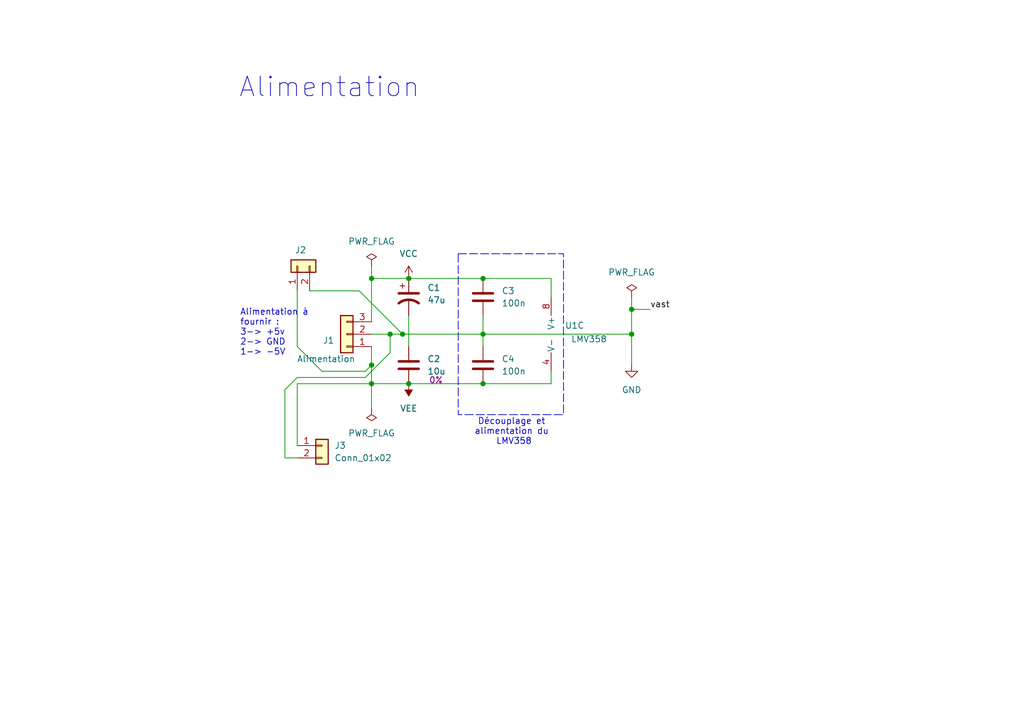
<source format=kicad_sch>
(kicad_sch (version 20231120) (generator "eeschema") (generator_version "8.0")
  (paper "A5")
  (title_block (title "_Cartouche_2") (date "27/12/2024") (rev "_rev_1") (company "BAP") (comment 1 "Projet2-coma") (comment 2 "Projet2-comb"))
  (lib_symbols
    (symbol "Amplifier_Operational:LMV358" (pin_names (offset 0.127))
      (property "Reference" "U" (at 0 5.08 0))
      (property "Value" "LMV358" (at 0 -5.08 0))
      (symbol "LMV358_1_1"
        (polyline (pts (xy -5.08 5.08) (xy 5.08 0) (xy -5.08 -5.08) (xy -5.08 5.08)) (stroke (width 0.254)) (fill (type background)))
        (pin output line (at 7.62 0 180) (length 2.54) (name "~") (number "1"))
        (pin input line (at -7.62 -2.54 0) (length 2.54) (name "-") (number "2"))
        (pin input line (at -7.62 2.54 0) (length 2.54) (name "+") (number "3"))
      )
      (symbol "LMV358_2_1"
        (polyline (pts (xy -5.08 5.08) (xy 5.08 0) (xy -5.08 -5.08) (xy -5.08 5.08)) (stroke (width 0.254)) (fill (type background)))
        (pin input line (at -7.62 2.54 0) (length 2.54) (name "+") (number "5"))
        (pin input line (at -7.62 -2.54 0) (length 2.54) (name "-") (number "6"))
        (pin output line (at 7.62 0 180) (length 2.54) (name "~") (number "7"))
      )
      (symbol "LMV358_3_1"
        (pin power_in line (at -2.54 -7.62 90) (length 3.81) (name "V-") (number "4"))
        (pin power_in line (at -2.54 7.62 270) (length 3.81) (name "V+") (number "8"))
      )
    )
    (symbol "Connector_Generic:Conn_01x02" (pin_names (offset 1.016) hide)
      (property "Reference" "J" (at 0 2.54 0))
      (property "Value" "Conn_01x02" (at 0 -5.08 0))
      (symbol "Conn_01x02_1_1"
        (rectangle (start -1.27 -2.413) (end 0 -2.667) (stroke (width 0.1524)))
        (rectangle (start -1.27 0.127) (end 0 -0.127) (stroke (width 0.1524)))
        (rectangle (start -1.27 1.27) (end 1.27 -3.81) (stroke (width 0.254)) (fill (type background)))
        (pin passive line (at -5.08 0 0) (length 3.81) (name "Pin_1") (number "1"))
        (pin passive line (at -5.08 -2.54 0) (length 3.81) (name "Pin_2") (number "2"))
      )
    )
    (symbol "Connector_Generic:Conn_01x03" (pin_names (offset 1.016) hide)
      (property "Reference" "J" (at 0 5.08 0))
      (property "Value" "Conn_01x03" (at 0 -5.08 0))
      (symbol "Conn_01x03_1_1"
        (rectangle (start -1.27 -2.413) (end 0 -2.667) (stroke (width 0.1524)))
        (rectangle (start -1.27 0.127) (end 0 -0.127) (stroke (width 0.1524)))
        (rectangle (start -1.27 2.667) (end 0 2.413) (stroke (width 0.1524)))
        (rectangle (start -1.27 3.81) (end 1.27 -3.81) (stroke (width 0.254)) (fill (type background)))
        (pin passive line (at -5.08 2.54 0) (length 3.81) (name "Pin_1") (number "1"))
        (pin passive line (at -5.08 0 0) (length 3.81) (name "Pin_2") (number "2"))
        (pin passive line (at -5.08 -2.54 0) (length 3.81) (name "Pin_3") (number "3"))
      )
    )
    (symbol "Device:C" (pin_numbers hide) (pin_names (offset 0.254))
      (property "Reference" "C" (at 0.635 2.54 0))
      (property "Value" "C" (at 0.635 -2.54 0))
      (symbol "C_0_1"
        (polyline (pts (xy -2.032 -0.762) (xy 2.032 -0.762)) (stroke (width 0.508)))
        (polyline (pts (xy -2.032 0.762) (xy 2.032 0.762)) (stroke (width 0.508)))
      )
      (symbol "C_1_1"
        (pin passive line (at 0 3.81 270) (length 2.794) (name "~") (number "1"))
        (pin passive line (at 0 -3.81 90) (length 2.794) (name "~") (number "2"))
      )
    )
    (symbol "Device:C_Polarized_US" (pin_numbers hide) (pin_names (offset 0.254) hide)
      (property "Reference" "C" (at 0.635 2.54 0))
      (property "Value" "C_Polarized_US" (at 0.635 -2.54 0))
      (symbol "C_Polarized_US_0_1"
        (polyline (pts (xy -2.032 0.762) (xy 2.032 0.762)) (stroke (width 0.508)))
        (polyline (pts (xy -1.778 2.286) (xy -0.762 2.286)))
        (polyline (pts (xy -1.27 1.778) (xy -1.27 2.794)))
        (arc (start 2.032 -1.27) (mid 0 -0.5572) (end -2.032 -1.27) (stroke (width 0.508)))
      )
      (symbol "C_Polarized_US_1_1"
        (pin passive line (at 0 3.81 270) (length 2.794) (name "~") (number "1"))
        (pin passive line (at 0 -3.81 90) (length 3.302) (name "~") (number "2"))
      )
    )
    (symbol "power:GND" (power) (pin_numbers hide) (pin_names (offset 0) hide)
      (property "Value" "GND" (at 0 -3.81 0))
      (symbol "GND_0_1"
        (polyline (pts (xy 0 0) (xy 0 -1.27) (xy 1.27 -1.27) (xy 0 -2.54) (xy -1.27 -1.27) (xy 0 -1.27)))
      )
      (symbol "GND_1_1"
        (pin power_in line (at 0 0 270) (length 0) (name "~") (number "1"))
      )
    )
    (symbol "power:PWR_FLAG" (power) (pin_numbers hide) (pin_names (offset 0) hide)
      (property "Value" "PWR_FLAG" (at 0 3.81 0))
      (symbol "PWR_FLAG_0_0"
        (pin power_out line (at 0 0 90) (length 0) (name "~") (number "1"))
      )
      (symbol "PWR_FLAG_0_1"
        (polyline (pts (xy 0 0) (xy 0 1.27) (xy -1.016 1.905) (xy 0 2.54) (xy 1.016 1.905) (xy 0 1.27)))
      )
    )
    (symbol "power:VCC" (power) (pin_numbers hide) (pin_names (offset 0) hide)
      (property "Value" "VCC" (at 0 3.556 0))
      (symbol "VCC_0_1"
        (polyline (pts (xy -0.762 1.27) (xy 0 2.54)))
        (polyline (pts (xy 0 0) (xy 0 2.54)))
        (polyline (pts (xy 0 2.54) (xy 0.762 1.27)))
      )
      (symbol "VCC_1_1"
        (pin power_in line (at 0 0 90) (length 0) (name "~") (number "1"))
      )
    )
    (symbol "power:VEE" (power) (pin_numbers hide) (pin_names (offset 0) hide)
      (property "Value" "VEE" (at 0 3.556 0))
      (symbol "VEE_0_1"
        (polyline (pts (xy 0 0) (xy 0 2.54)))
        (polyline (pts (xy 0.762 1.27) (xy -0.762 1.27) (xy 0 2.54) (xy 0.762 1.27)) (fill (type outline)))
      )
      (symbol "VEE_1_1"
        (pin power_in line (at 0 0 90) (length 0) (name "~") (number "1"))
      )
    )
  )
  (junction (at 76.2 78.74))
  (junction (at 83.82 57.15))
  (junction (at 76.2 74.93))
  (junction (at 76.2 57.15))
  (junction (at 99.06 68.58))
  (junction (at 83.82 78.74))
  (junction (at 82.55 68.58))
  (junction (at 99.06 57.15))
  (junction (at 80.01 68.58))
  (junction (at 129.54 63.5))
  (junction (at 129.54 68.58))
  (junction (at 99.06 78.74))
  (wire (pts (xy 76.2 54.61) (xy 76.2 57.15)))
  (wire (pts (xy 76.2 68.58) (xy 80.01 68.58)))
  (wire (pts (xy 129.54 63.5) (xy 129.54 68.58)))
  (wire (pts (xy 76.2 71.12) (xy 76.2 74.93)))
  (wire (pts (xy 99.06 68.58) (xy 129.54 68.58)))
  (wire (pts (xy 63.5 59.69) (xy 73.66 59.69)))
  (wire (pts (xy 58.42 80.01) (xy 60.96 77.47)))
  (wire (pts (xy 113.03 60.96) (xy 113.03 57.15)))
  (wire (pts (xy 60.96 78.74) (xy 60.96 91.44)))
  (wire (pts (xy 83.82 78.74) (xy 99.06 78.74)))
  (wire (pts (xy 76.2 74.93) (xy 76.2 78.74)))
  (wire (pts (xy 113.03 57.15) (xy 99.06 57.15)))
  (wire (pts (xy 113.03 76.2) (xy 113.03 78.74)))
  (wire (pts (xy 133.35 63.5) (xy 129.54 63.5)))
  (wire (pts (xy 99.06 64.77) (xy 99.06 68.58)))
  (wire (pts (xy 83.82 57.15) (xy 99.06 57.15)))
  (wire (pts (xy 60.96 77.47) (xy 74.93 77.47)))
  (wire (pts (xy 76.2 78.74) (xy 83.82 78.74)))
  (wire (pts (xy 82.55 68.58) (xy 99.06 68.58)))
  (wire (pts (xy 76.2 83.82) (xy 76.2 78.74)))
  (wire (pts (xy 74.93 76.2) (xy 76.2 74.93)))
  (wire (pts (xy 129.54 68.58) (xy 129.54 74.93)))
  (wire (pts (xy 73.66 59.69) (xy 82.55 68.58)))
  (wire (pts (xy 76.2 66.04) (xy 76.2 57.15)))
  (wire (pts (xy 76.2 57.15) (xy 83.82 57.15)))
  (wire (pts (xy 74.93 77.47) (xy 80.01 72.39)))
  (wire (pts (xy 80.01 68.58) (xy 80.01 72.39)))
  (wire (pts (xy 60.96 71.12) (xy 66.04 76.2)))
  (wire (pts (xy 58.42 93.98) (xy 58.42 80.01)))
  (wire (pts (xy 60.96 59.69) (xy 60.96 71.12)))
  (wire (pts (xy 60.96 78.74) (xy 76.2 78.74)))
  (wire (pts (xy 58.42 93.98) (xy 60.96 93.98)))
  (wire (pts (xy 129.54 60.96) (xy 129.54 63.5)))
  (wire (pts (xy 113.03 78.74) (xy 99.06 78.74)))
  (wire (pts (xy 80.01 68.58) (xy 82.55 68.58)))
  (wire (pts (xy 99.06 68.58) (xy 99.06 71.12)))
  (wire (pts (xy 83.82 64.77) (xy 83.82 71.12)))
  (wire (pts (xy 66.04 76.2) (xy 74.93 76.2)))
  (rectangle (start 93.98 52.07) (end 115.57 85.09) (stroke (width 0) (type dash)))
  (text_box "Alimentation à fournir : \n3-> +5v\n2-> GND\n1-> -5V\n\n" (at 48.26 62.23 0) (size 16.51 11.43) (stroke (width -0.0001)) (effects (font (size 1.27 1.27)) (justify left top)))
  (text "Alimentation\n" (at 67.564 18.034 0) (effects (font (size 4 4))))
  (text "Découplage et \nalimentation du \nLMV358\n" (at 105.41 88.646 0) (effects (font (size 1.27 1.27))))
  (label "vast" (at 133.35 63.5 0))
  (symbol (lib_id "power:PWR_FLAG") (at 76.2 83.82 180) (unit 1)
    (property "Reference" "#FLG02" (effects (hide yes)))
    (property "Value" "PWR_FLAG" (at 76.2 88.9 0))
    (property "Description" "Special symbol for telling ERC where power comes from" (effects (hide yes)))
  )
  (symbol (lib_id "Device:C") (at 99.06 74.93 0) (unit 1)
    (property "Reference" "C4" (at 102.87 73.6599 0) (effects (justify left)))
    (property "Value" "100n" (at 102.87 76.1999 0) (effects (justify left)))
    (property "Footprint" "Capacitor_SMD:C_0805_2012Metric_Pad1.18x1.45mm_HandSolder" (effects (hide yes)))
    (property "Description" "Unpolarized capacitor" (effects (hide yes)))
  )
  (symbol (lib_id "Connector_Generic:Conn_01x03") (at 71.12 68.58 180) (unit 1)
    (property "Reference" "J1" (at 68.58 69.8501 0) (effects (justify left)))
    (property "Value" "Alimentation" (at 72.898 73.66 0) (effects (justify left)))
    (property "Footprint" "Connector_PinHeader_2.54mm:PinHeader_1x03_P2.54mm_Vertical" (effects (hide yes)))
    (property "Description" "Generic connector, single row, 01x03, script generated (kicad-library-utils/schlib/autogen/connector/)" (effects (hide yes)))
  )
  (symbol (lib_id "power:PWR_FLAG") (at 76.2 54.61 0) (unit 1)
    (property "Reference" "#FLG01" (effects (hide yes)))
    (property "Value" "PWR_FLAG" (at 76.2 49.53 0))
    (property "Description" "Special symbol for telling ERC where power comes from" (effects (hide yes)))
  )
  (symbol (lib_id "Device:C_Polarized_US") (at 83.82 60.96 0) (unit 1)
    (property "Reference" "C1" (at 87.63 59.0549 0) (effects (justify left)))
    (property "Value" "47u" (at 87.63 61.5949 0) (effects (justify left)))
    (property "Footprint" "Capacitor_SMD:CP_Elec_5x5.4" (effects (hide yes)))
    (property "Description" "Polarized capacitor, US symbol" (effects (hide yes)))
  )
  (symbol (lib_id "Device:C") (at 83.82 74.93 0) (unit 1)
    (property "Reference" "C2" (at 87.63 73.6599 0) (effects (justify left)))
    (property "Value" "10u" (at 87.63 76.1999 0) (effects (justify left)))
    (property "Footprint" "Capacitor_SMD:C_0805_2012Metric_Pad1.18x1.45mm_HandSolder" (effects (hide yes)))
    (property "Description" "Unpolarized capacitor" (effects (hide yes)))
    (property "Tolérance" "0%" (at 89.408 77.978 0))
  )
  (symbol (lib_id "Device:C") (at 99.06 60.96 0) (unit 1)
    (property "Reference" "C3" (at 102.87 59.6899 0) (effects (justify left)))
    (property "Value" "100n" (at 102.87 62.2299 0) (effects (justify left)))
    (property "Footprint" "Capacitor_SMD:C_0805_2012Metric_Pad1.18x1.45mm_HandSolder" (effects (hide yes)))
    (property "Description" "Unpolarized capacitor" (effects (hide yes)))
  )
  (symbol (lib_id "Connector_Generic:Conn_01x02") (at 66.04 91.44 0) (unit 1)
    (property "Reference" "J3" (at 68.58 91.4399 0) (effects (justify left)))
    (property "Value" "Conn_01x02" (at 68.58 93.9799 0) (effects (justify left)))
    (property "Footprint" "Connector_PinHeader_2.54mm:PinHeader_1x02_P2.54mm_Vertical" (effects (hide yes)))
    (property "Description" "Generic connector, single row, 01x02, script generated (kicad-library-utils/schlib/autogen/connector/)" (effects (hide yes)))
  )
  (symbol (lib_id "power:VCC") (at 83.82 57.15 0) (unit 1)
    (property "Reference" "#PWR01" (effects (hide yes)))
    (property "Value" "VCC" (at 83.82 52.07 0))
    (property "Description" "Power symbol creates a global label with name \"VCC\"" (effects (hide yes)))
  )
  (symbol (lib_id "Connector_Generic:Conn_01x02") (at 60.96 54.61 90) (unit 1)
    (property "Reference" "J2" (at 60.452 51.308 90) (effects (justify right)))
    (property "Value" "Conn_01x02" (effects (hide yes)))
    (property "Footprint" "Connector_PinHeader_2.54mm:PinHeader_1x02_P2.54mm_Vertical" (effects (hide yes)))
    (property "Description" "Generic connector, single row, 01x02, script generated (kicad-library-utils/schlib/autogen/connector/)" (effects (hide yes)))
  )
  (symbol (lib_id "power:VEE") (at 83.82 78.74 180) (unit 1)
    (property "Reference" "#PWR02" (effects (hide yes)))
    (property "Value" "VEE" (at 83.82 83.82 0))
    (property "Description" "Power symbol creates a global label with name \"VEE\"" (effects (hide yes)))
  )
  (symbol (lib_id "power:PWR_FLAG") (at 129.54 60.96 0) (unit 1)
    (property "Reference" "#FLG03" (effects (hide yes)))
    (property "Value" "PWR_FLAG" (at 129.54 55.88 0))
    (property "Description" "Special symbol for telling ERC where power comes from" (effects (hide yes)))
  )
  (symbol (lib_id "Amplifier_Operational:LMV358") (at 115.57 68.58 0) (unit 3)
    (property "Reference" "U1" (at 115.824 66.802 0) (effects (justify left)))
    (property "Value" "LMV358" (at 117.094 69.596 0) (effects (justify left)))
    (property "Footprint" "Package_SO:TSSOP-8_3x3mm_P0.65mm" (effects (hide yes)))
    (property "Datasheet" "http://www.ti.com/lit/ds/symlink/lmv324.pdf" (effects (hide yes)))
    (property "Description" "Dual Low-Voltage Rail-to-Rail Output Operational Amplifiers, SOIC-8/SSOP-8" (effects (hide yes)))
  )
  (symbol (lib_id "power:GND") (at 129.54 74.93 0) (unit 1)
    (property "Reference" "#PWR03" (effects (hide yes)))
    (property "Value" "GND" (at 129.54 80.01 0))
    (property "Description" "Power symbol creates a global label with name \"GND\" , ground" (effects (hide yes)))
  )
)
</source>
